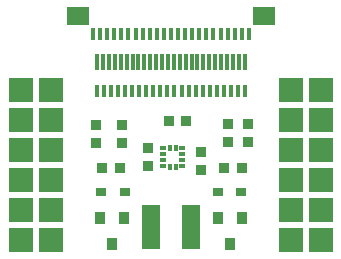
<source format=gts>
G04 #@! TF.FileFunction,Soldermask,Top*
%FSLAX46Y46*%
G04 Gerber Fmt 4.6, Leading zero omitted, Abs format (unit mm)*
G04 Created by KiCad (PCBNEW 4.0.6) date 03/27/17 14:11:27*
%MOMM*%
%LPD*%
G01*
G04 APERTURE LIST*
%ADD10C,0.100000*%
%ADD11R,0.890000X0.940000*%
%ADD12R,0.940000X0.890000*%
%ADD13R,0.440000X1.440000*%
%ADD14R,1.840000X1.640000*%
%ADD15R,0.420000X0.550000*%
%ADD16R,0.550000X0.420000*%
%ADD17R,1.540000X3.840000*%
%ADD18R,2.140000X2.140000*%
%ADD19R,0.940000X0.640000*%
%ADD20R,0.940000X1.040000*%
%ADD21R,0.440000X1.090000*%
G04 APERTURE END LIST*
D10*
D11*
X133460000Y-96630000D03*
X133460000Y-98130000D03*
X137925000Y-98475000D03*
X137925000Y-96975000D03*
D12*
X141425000Y-98325000D03*
X139925000Y-98325000D03*
X131050000Y-98300000D03*
X129550000Y-98300000D03*
D11*
X141900000Y-94600000D03*
X141900000Y-96100000D03*
X140250000Y-94600000D03*
X140250000Y-96100000D03*
X131300000Y-94650000D03*
X131300000Y-96150000D03*
D12*
X136700000Y-94325000D03*
X135200000Y-94325000D03*
D11*
X129100000Y-94650000D03*
X129100000Y-96150000D03*
D13*
X141650000Y-89300000D03*
X141150000Y-89300000D03*
X140650000Y-89300000D03*
X140150000Y-89300000D03*
X139650000Y-89300000D03*
X139150000Y-89300000D03*
X138650000Y-89300000D03*
X138150000Y-89300000D03*
X137650000Y-89300000D03*
X137150000Y-89300000D03*
X136650000Y-89300000D03*
X136150000Y-89300000D03*
X135650000Y-89300000D03*
X135150000Y-89300000D03*
X134650000Y-89300000D03*
X134150000Y-89300000D03*
X133650000Y-89300000D03*
X133150000Y-89300000D03*
X132650000Y-89300000D03*
X132150000Y-89300000D03*
X131650000Y-89300000D03*
X131150000Y-89300000D03*
X130650000Y-89300000D03*
X130150000Y-89300000D03*
X129650000Y-89300000D03*
X129150000Y-89300000D03*
D14*
X143300000Y-85400000D03*
X127500000Y-85400000D03*
D15*
X135300000Y-96565000D03*
D16*
X136365000Y-98130000D03*
X136365000Y-97630000D03*
X136365000Y-97130000D03*
X136365000Y-96630000D03*
X134735000Y-96630000D03*
X134735000Y-97130000D03*
X134735000Y-97630000D03*
X134735000Y-98130000D03*
D15*
X135800000Y-96565000D03*
X135300000Y-98195000D03*
X135800000Y-98195000D03*
D17*
X137100000Y-103306000D03*
X133700000Y-103306000D03*
D18*
X125230000Y-91700000D03*
X125230000Y-94240000D03*
X125230000Y-96780000D03*
X125230000Y-99320000D03*
X125230000Y-101860000D03*
X125230000Y-104400000D03*
X145560000Y-104400000D03*
X145560000Y-101860000D03*
X145560000Y-99320000D03*
X145560000Y-96780000D03*
X145560000Y-94240000D03*
X145560000Y-91700000D03*
X148100000Y-104400000D03*
X148100000Y-101860000D03*
X148100000Y-99320000D03*
X148100000Y-96780000D03*
X148100000Y-94240000D03*
X148100000Y-91700000D03*
X122690000Y-91700000D03*
X122690000Y-94240000D03*
X122690000Y-96780000D03*
X122690000Y-99320000D03*
X122690000Y-101860000D03*
X122690000Y-104400000D03*
D19*
X141350000Y-100300000D03*
X139350000Y-100300000D03*
X131500000Y-100300000D03*
X129500000Y-100300000D03*
D20*
X141400000Y-102500000D03*
X139400000Y-102500000D03*
X140400000Y-104700000D03*
X131400000Y-102500000D03*
X129400000Y-102500000D03*
X130400000Y-104700000D03*
D21*
X142004000Y-86950000D03*
X141704000Y-91800000D03*
X141404000Y-86950000D03*
X141104000Y-91800000D03*
X140804000Y-86950000D03*
X140504000Y-91800000D03*
X140204000Y-86950000D03*
X139904000Y-91800000D03*
X139604000Y-86950000D03*
X139304000Y-91800000D03*
X139004000Y-86950000D03*
X138704000Y-91800000D03*
X138404000Y-86950000D03*
X138104000Y-91800000D03*
X137804000Y-86950000D03*
X137504000Y-91800000D03*
X137204000Y-86950000D03*
X136904000Y-91800000D03*
X136604000Y-86950000D03*
X136304000Y-91800000D03*
X136004000Y-86950000D03*
X135704000Y-91800000D03*
X135404000Y-86950000D03*
X135104000Y-91800000D03*
X134804000Y-86950000D03*
X134504000Y-91800000D03*
X134204000Y-86950000D03*
X133904000Y-91800000D03*
X133604000Y-86950000D03*
X133304000Y-91800000D03*
X133004000Y-86950000D03*
X132704000Y-91800000D03*
X132404000Y-86950000D03*
X132104000Y-91800000D03*
X131804000Y-86950000D03*
X131504000Y-91800000D03*
X131204000Y-86950000D03*
X130904000Y-91800000D03*
X130604000Y-86950000D03*
X130304000Y-91800000D03*
X130004000Y-86950000D03*
X129704000Y-91800000D03*
X129404000Y-86950000D03*
X129104000Y-91800000D03*
X128804000Y-86950000D03*
M02*

</source>
